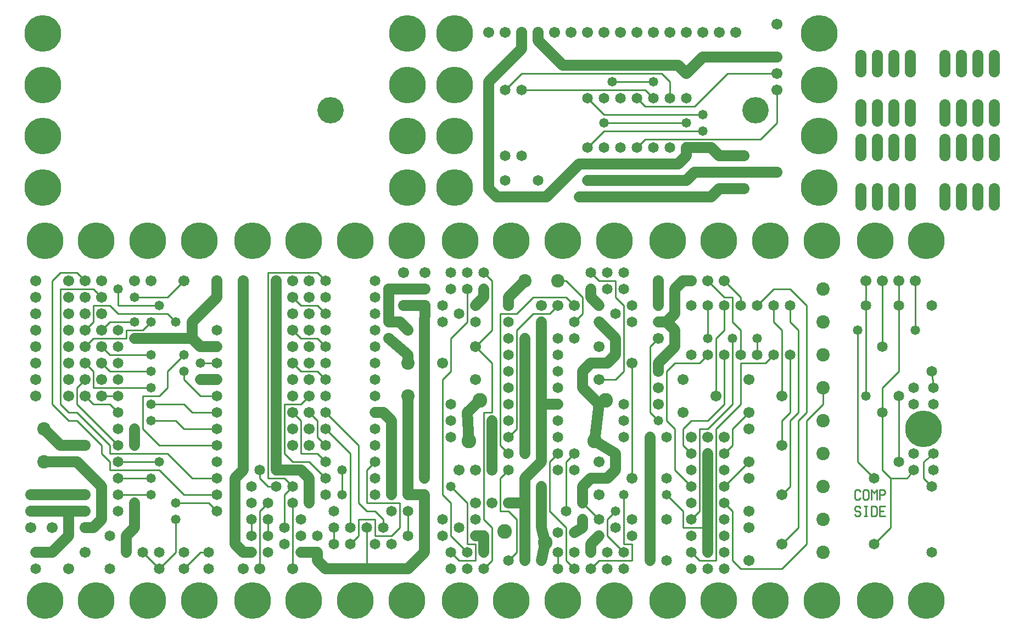
<source format=gtl>
%MOIN*%
%FSLAX25Y25*%
G04 D10 used for Character Trace; *
G04     Circle (OD=.01000) (No hole)*
G04 D11 used for Power Trace; *
G04     Circle (OD=.06700) (No hole)*
G04 D12 used for Signal Trace; *
G04     Circle (OD=.01100) (No hole)*
G04 D13 used for Via; *
G04     Circle (OD=.05800) (Round. Hole ID=.02800)*
G04 D14 used for Component hole; *
G04     Circle (OD=.06500) (Round. Hole ID=.03500)*
G04 D15 used for Component hole; *
G04     Circle (OD=.06700) (Round. Hole ID=.04300)*
G04 D16 used for Component hole; *
G04     Circle (OD=.08100) (Round. Hole ID=.05100)*
G04 D17 used for Component hole; *
G04     Circle (OD=.08900) (Round. Hole ID=.05900)*
G04 D18 used for Component hole; *
G04     Circle (OD=.11300) (Round. Hole ID=.08300)*
G04 D19 used for Component hole; *
G04     Circle (OD=.16000) (Round. Hole ID=.13000)*
G04 D20 used for Component hole; *
G04     Circle (OD=.18300) (Round. Hole ID=.15300)*
G04 D21 used for Component hole; *
G04     Circle (OD=.22291) (Round. Hole ID=.19291)*
%ADD10C,.01000*%
%ADD11C,.06700*%
%ADD12C,.01100*%
%ADD13C,.05800*%
%ADD14C,.06500*%
%ADD15C,.06700*%
%ADD16C,.08100*%
%ADD17C,.08900*%
%ADD18C,.11300*%
%ADD19C,.16000*%
%ADD20C,.18300*%
%ADD21C,.22291*%
%IPPOS*%
%LPD*%
G90*X0Y0D02*D21*X15625Y15625D03*D15*              
X30000Y35000D03*D14*X10000D03*D15*X40000Y45000D03*
X20000D03*D11*X10000D01*D14*D03*D11*X20000D02*    
X30000Y55000D01*Y70000D01*D15*D03*D11*X20000D01*  
D15*D03*D11*X7000D01*D15*D03*X20000Y60000D03*     
Y80000D03*D11*X7000D01*D15*D03*D11*X20000D02*     
X30000D01*D15*D03*D11*X40000D01*D15*D03*D11*      
X30000Y70000D02*X40000D01*D15*D03*D11*            
X45000Y60000D02*X50000Y65000D01*X40000Y60000D02*  
X45000D01*D15*X40000D03*D11*X50000Y65000D02*      
Y85000D01*X35000Y100000D01*X15000D01*D16*D03*D11* 
X25000Y110000D02*X40000D01*D15*D03*D12*           
X55000Y100000D02*X50000Y105000D01*X55000Y95000D02*
Y100000D01*Y95000D02*X85000D01*X100000Y80000D01*  
X120000D01*D14*D03*D12*Y70000D02*X115000Y75000D01*
D14*X120000Y70000D03*D12*X95000Y75000D02*         
X115000D01*D13*X95000D03*Y65000D03*D12*Y45000D01* 
X85000Y35000D01*D14*D03*D12*X75000Y45000D01*D14*  
D03*D11*X65000D02*Y55000D01*D14*Y45000D03*        
X55000Y55000D03*Y35000D03*D11*X65000Y55000D02*    
X70000Y60000D01*Y75000D01*D13*D03*D14*            
X60000Y80000D03*D12*X80000D01*D13*D03*Y90000D03*  
D12*X60000D01*D14*D03*Y100000D03*D12*X85000D01*   
D13*D03*D12*X105000Y90000D02*X90000Y105000D01*    
X105000Y90000D02*X120000D01*D14*D03*Y100000D03*   
Y110000D03*D12*X85000D01*X75000Y120000D01*        
Y140000D01*X85000D01*X90000Y145000D01*Y155000D01* 
X100000Y165000D01*D13*D03*X110000Y160000D03*D12*  
X120000D01*D14*D03*D11*X110000Y170000D02*         
X120000D01*D14*D03*Y180000D03*D11*                
X110000Y170000D02*X105000Y175000D01*X70000D01*D13*
D03*D12*X65000Y180000D02*X75000D01*               
X65000Y175000D02*Y180000D01*X45000Y175000D02*     
X65000D01*X40000Y170000D02*X45000Y175000D01*D15*  
X40000Y170000D03*X50000Y160000D03*D12*            
X55000Y155000D01*X80000D01*D13*D03*Y165000D03*D12*
X55000D01*X50000Y170000D01*D15*D03*D14*           
X60000Y160000D03*Y180000D03*D15*X40000D03*D12*    
X45000Y185000D01*Y195000D01*X55000D01*            
X60000Y190000D01*X90000D01*X95000Y185000D01*D13*  
D03*D11*X105000Y175000D02*Y185000D01*             
X120000Y200000D01*Y210000D01*D15*D03*X100000D03*  
D12*X90000Y200000D01*X70000D01*D13*D03*D15*       
X80000Y210000D03*D13*X60000Y205000D03*D12*        
Y195000D01*X85000D01*D13*D03*X80000Y185000D03*D12*
X75000Y180000D01*D13*X70000Y185000D03*D12*        
X55000D01*X50000Y180000D01*D15*D03*D14*           
X60000Y170000D03*D15*X40000Y190000D03*X50000D03*  
X30000Y200000D03*Y160000D03*Y190000D03*           
X40000Y160000D03*D12*X45000Y155000D01*Y145000D01* 
X80000D01*D13*D03*Y135000D03*D12*X100000D01*      
X105000Y130000D01*X120000D01*D14*D03*D12*         
X110000Y140000D02*X120000D01*D14*D03*D13*         
X110000Y150000D03*D11*X120000D01*D14*D03*D12*     
X110000Y140000D02*X100000Y150000D01*Y155000D01*   
D13*D03*X80000Y125000D03*D12*X95000D01*           
X100000Y120000D01*X120000D01*D14*D03*D12*         
X55000Y105000D02*X90000D01*X55000D02*Y110000D01*  
X35000Y130000D01*X30000D01*X25000Y135000D01*      
Y205000D01*X45000D01*X50000Y200000D01*D15*D03*    
X40000Y210000D03*D12*X35000Y215000D01*X25000D01*  
X20000Y210000D01*Y135000D01*X30000Y125000D01*     
X35000D01*X50000Y110000D01*Y105000D01*D14*        
X60000Y110000D03*D12*X35000Y135000D01*Y145000D01* 
X40000Y150000D01*D15*D03*X50000Y140000D03*D12*    
X60000D01*D14*D03*D12*Y130000D02*X55000Y135000D01*
D14*X60000Y130000D03*D12*X45000Y135000D02*        
X55000D01*X45000D02*X40000Y140000D01*D15*D03*     
X50000Y150000D03*X30000D03*Y140000D03*D14*        
X60000Y120000D03*Y150000D03*D16*X15000Y120000D03* 
D11*X25000Y110000D01*D15*X10000Y140000D03*        
Y150000D03*D14*X60000Y70000D03*D13*               
X70000Y110000D03*D11*Y120000D01*D13*D03*D15*      
X30000Y170000D03*X10000Y180000D03*X7000Y60000D03* 
X10000Y170000D03*Y160000D03*X30000Y180000D03*     
X10000Y190000D03*D14*X85000Y45000D03*X100000D03*  
D12*Y35000D02*X110000Y45000D01*D14*               
X100000Y35000D03*D12*X110000Y45000D02*X115000D01* 
D14*D03*Y35000D03*D21*X109375Y15625D03*X78125D03* 
X46875D03*D15*X40000Y200000D03*X10000D03*         
X70000Y210000D03*X50000D03*X30000D03*X10000D03*   
D21*X109375Y234375D03*X78125D03*X46875D03*        
X15625D03*G90*X1000Y0D02*D11*X136000Y45000D02*    
X131000Y50000D01*X136000Y45000D02*X141000D01*D14* 
D03*X151000Y55000D03*D12*Y65000D01*D14*D03*D12*   
X146000Y35000D02*Y70000D01*D15*Y35000D03*D14*     
X151000Y45000D03*D15*X136000Y35000D03*D14*        
X161000Y50000D03*D11*X131000D02*Y90000D01*        
X136000Y95000D01*D14*D03*D11*Y110000D01*D15*D03*  
D11*Y120000D01*D15*D03*D11*Y130000D01*D15*D03*D11*
Y140000D01*D15*D03*D11*Y150000D01*D15*D03*D11*    
Y160000D01*D15*D03*D11*Y170000D01*D15*D03*D11*    
Y180000D01*D15*D03*D11*Y190000D01*D15*D03*D11*    
Y200000D01*D15*D03*D11*Y210000D01*D15*D03*D12*    
X151000Y90000D02*Y215000D01*Y90000D02*X161000D01* 
X166000Y85000D01*D14*D03*D12*X161000Y80000D01*    
Y60000D01*D14*D03*X171000Y55000D03*Y65000D03*     
X176000Y75000D03*D11*Y90000D01*X171000Y95000D01*  
X166000D01*D14*D03*D11*X156000D01*D14*D03*D11*    
Y110000D01*D15*D03*D11*Y120000D01*D15*D03*D11*    
Y130000D01*D15*D03*D11*Y140000D01*D15*D03*D11*    
Y150000D01*D15*D03*D11*Y160000D01*D15*D03*D11*    
Y170000D01*D15*D03*D11*Y180000D01*D15*D03*D11*    
Y190000D01*D15*D03*D11*Y200000D01*D15*D03*D11*    
Y210000D01*D15*D03*D12*X151000Y215000D02*         
X181000D01*X186000Y210000D01*D14*D03*D15*         
X176000Y200000D03*Y210000D03*D14*                 
X186000Y200000D03*D12*X171000Y195000D02*          
X181000D01*X186000Y190000D01*D14*D03*D15*         
X176000Y180000D03*Y190000D03*D14*                 
X186000Y180000D03*D12*X171000Y175000D02*          
X181000D01*X186000Y170000D01*D14*D03*D15*         
X176000Y160000D03*Y170000D03*D14*                 
X186000Y160000D03*D12*X171000Y155000D02*          
X181000D01*X186000Y150000D01*D14*D03*D15*         
X176000Y140000D03*D12*X171000Y135000D01*          
X161000D01*Y105000D01*X166000Y100000D01*          
X176000D01*X186000Y90000D01*D14*D03*D13*          
X196000Y80000D03*D12*Y95000D01*D13*D03*D12*       
X201000Y60000D02*Y105000D01*D14*Y60000D03*D12*    
Y50000D02*X206000Y55000D01*D14*X201000Y50000D03*  
D12*X206000Y55000D02*Y65000D01*X216000D01*        
Y55000D01*X226000D01*X231000Y60000D01*Y75000D01*  
X211000D01*Y95000D01*X216000Y100000D01*D14*D03*   
D15*X226000Y110000D03*D11*Y80000D01*D14*D03*      
X236000Y70000D03*D12*Y55000D01*D14*D03*D11*       
Y35000D02*X246000Y45000D01*X211000Y35000D02*      
X236000D01*X186000D02*X211000D01*D15*X186000D03*  
D11*X181000Y40000D01*Y45000D01*D14*D03*D11*       
X171000D01*D13*D03*D14*X181000Y55000D03*D15*      
X166000Y35000D03*D12*Y75000D01*D14*D03*           
X156000Y85000D03*D12*X151000D01*X146000Y90000D01* 
Y95000D01*D14*D03*X141000Y85000D03*Y75000D03*     
X151000D03*D12*X146000Y70000D01*D14*              
X141000Y65000D03*D12*Y55000D01*D14*D03*D21*       
X141625Y15625D03*X172875D03*D14*X186000Y100000D03*
D12*X181000Y105000D01*X171000D01*Y125000D01*      
X166000Y130000D01*D15*D03*X176000Y120000D03*      
Y130000D03*D12*X181000Y125000D01*Y115000D01*      
X186000Y110000D01*D14*D03*Y120000D03*D12*         
X201000Y105000D01*X206000Y75000D02*Y110000D01*    
X211000Y70000D02*X206000Y75000D01*                
X211000Y70000D02*X216000D01*X221000Y65000D01*     
Y60000D01*D14*D03*X226000Y70000D03*               
X216000Y50000D03*X211000Y60000D03*D12*Y35000D01*  
D14*X226000Y50000D03*X191000D03*D12*Y60000D01*D14*
D03*Y70000D03*X186000Y80000D03*X216000D03*        
Y90000D03*D21*X235375Y15625D03*X204125D03*D11*    
X236000Y80000D02*X246000D01*D14*D03*D11*Y55000D01*
D14*D03*D11*Y45000D01*X236000Y80000D02*Y90000D01* 
D14*D03*D11*Y100000D01*D15*D03*D11*Y120000D01*D15*
D03*D11*Y140000D01*D16*D03*D11*X226000Y110000D02* 
Y125000D01*D14*X216000Y120000D03*Y110000D03*D11*  
X226000Y125000D02*X221000Y130000D01*X216000D01*   
D14*D03*Y140000D03*D12*X206000Y110000D02*         
X186000Y130000D01*D14*D03*Y140000D03*D15*         
X166000Y150000D03*Y110000D03*Y140000D03*          
X176000Y110000D03*Y150000D03*X166000Y120000D03*   
D12*X171000Y155000D02*X166000Y160000D01*D15*D03*  
Y170000D03*D12*X171000Y175000D02*                 
X166000Y180000D01*D15*D03*Y190000D03*D12*         
X171000Y195000D02*X166000Y200000D01*D15*D03*      
Y210000D03*D21*X172875Y234375D03*X141625D03*      
X204125D03*D14*X216000Y150000D03*Y160000D03*      
Y170000D03*Y180000D03*Y190000D03*Y200000D03*      
Y210000D03*D15*X224500Y175000D03*D11*             
X236000Y165000D01*Y160000D01*D16*D03*D15*         
X246000Y180000D03*D11*Y110000D01*D15*D03*D11*     
Y100000D01*D15*D03*D11*Y90000D01*D14*D03*D11*     
Y180000D02*X246500Y195000D01*D15*D03*D11*         
X233500D01*D15*D03*X246500Y205000D03*D11*         
X233500D01*D15*D03*D11*X224500D01*D15*D03*D11*    
Y185000D01*D13*D03*D11*X231000D01*                
X236000Y180000D01*D15*D03*X246500Y215000D03*      
X233500D03*D21*X235375Y234375D03*G90*X2000Y0D02*  
D14*X257000Y55000D03*Y65000D03*D12*               
X262000Y75000D02*X257000Y80000D01*                
X262000Y55000D02*Y75000D01*X272000Y45000D02*      
X262000Y55000D01*D14*X272000Y45000D03*D12*        
X267000Y40000D02*X277000D01*X267000D02*           
X262000Y45000D01*D14*D03*X272000Y35000D03*        
X262000D03*D12*X272000Y50000D02*X277000D01*       
Y40000D01*D14*X282000Y35000D03*D12*               
X287000Y40000D01*Y60000D01*X282000Y65000D01*      
Y130000D01*X287000D01*Y160000D01*                 
X277000Y170000D01*D15*D03*D12*X287000Y180000D01*  
Y210000D01*X282000Y215000D01*D14*D03*             
X272000Y205000D03*D12*Y185000D01*                 
X262000Y175000D01*Y155000D01*X257000Y150000D01*   
Y80000D01*D13*X262000Y85000D03*D12*               
X272000Y75000D01*Y50000D01*D14*X277000Y55000D03*  
D11*X282000D01*Y45000D01*D14*D03*X267000Y60000D03*
X297000Y40000D03*D12*X302000Y45000D01*Y65000D01*  
X297000Y70000D01*X292000D01*Y90000D01*            
X297000Y95000D01*D14*D03*D13*X307000Y105000D03*   
D11*Y135000D01*D13*D03*D11*Y175000D01*D13*D03*D12*
X302000Y120000D02*Y180000D01*X297000Y115000D02*   
X302000Y120000D01*D14*X297000Y115000D03*D12*      
Y105000D02*X292000Y110000D01*D14*                 
X297000Y105000D03*D12*X292000Y110000D02*          
Y190000D01*X302000D01*X312000Y200000D01*          
X332000D01*X337000Y195000D01*D15*D03*D12*         
Y185000D02*X342000Y190000D01*D14*                 
X337000Y185000D03*D12*X342000Y190000D02*          
Y200000D01*X332000Y210000D01*X327000D01*D16*D03*  
D15*X317000Y195000D03*X327000D03*D12*             
X322000Y190000D01*X312000D01*X302000Y180000D01*   
D14*X297000Y185000D03*Y175000D03*Y165000D03*      
X317000Y185000D03*D11*Y135000D01*Y100000D01*      
X307000Y90000D01*Y75000D01*Y40000D01*D14*D03*D17* 
X319400Y51000D03*D11*X317000Y40000D01*D14*D03*    
X327000Y35000D03*D12*Y45000D01*D14*D03*D12*       
X337000Y35000D02*X332000Y40000D01*D14*            
X337000Y35000D03*D12*X332000Y40000D02*Y60000D01*  
X322000Y70000D01*Y100000D01*X327000Y105000D01*D14*
D03*D12*X332000Y70000D02*Y100000D01*D14*Y70000D03*
D11*X337000Y57000D02*X342000Y60000D01*D14*        
X337000Y57000D03*D11*X342000Y60000D02*Y65000D01*  
D14*D03*X352000Y55000D03*D11*X347000Y50000D01*    
Y45000D01*D14*D03*D12*Y35000D02*X352000Y40000D01* 
D14*X347000Y35000D03*D12*X352000Y40000D02*        
X372000D01*Y50000D01*X367000D01*Y80000D01*D13*D03*
D11*X347000Y90000D02*X357000D01*X342000Y85000D02* 
X347000Y90000D01*D13*X342000Y85000D03*D11*        
Y75000D01*D14*D03*D12*X352000Y65000D01*D14*D03*   
D12*X357000Y55000D02*Y65000D01*X367000Y45000D02*  
X357000Y55000D01*D14*X367000Y45000D03*            
X357000Y35000D03*X372000Y55000D03*                
X357000Y45000D03*X367000Y35000D03*                
X362000Y60000D03*X372000Y65000D03*D12*X357000D02* 
X362000Y70000D01*D13*D03*D15*X352000Y80000D03*    
X372000Y90000D03*D12*Y160000D01*D15*D03*D12*      
X362000Y150000D02*X367000Y155000D01*              
X352000Y150000D02*X362000D01*D15*X352000D03*D11*  
X347000Y160000D02*X357000D01*X342000Y155000D02*   
X347000Y160000D01*X342000Y145000D02*Y155000D01*   
X352000Y135000D02*X342000Y145000D01*              
X349300Y112600D02*X352000Y135000D01*D17*          
X349300Y112600D03*D11*X362000Y105000D01*Y95000D01*
X357000Y90000D01*D15*X352000Y100000D03*D14*       
X337000Y105000D03*D12*X332000Y100000D01*D14*      
X337000Y95000D03*X327000D03*D13*X317000Y85000D03* 
D11*Y75000D01*D15*D03*D11*Y60000D01*D13*D03*D11*  
X319400Y51000D01*D14*X327000Y57000D03*            
X337000Y45000D03*D17*X294600Y57700D03*D11*        
X297000Y75000D02*X307000D01*D15*X297000D03*       
X287000D03*X277000Y95000D03*Y75000D03*            
X287000Y95000D03*D11*Y125000D01*D13*D03*D14*      
X297000Y135000D03*D17*X279700Y137400D03*D11*      
X272000Y130000D01*X273000Y112600D01*D17*D03*D14*  
X262000Y125000D03*Y115000D03*D15*X267000Y95000D03*
D14*X262000Y135000D03*X297000Y125000D03*          
Y145000D03*D15*X277000Y150000D03*D14*             
X297000Y155000D03*D15*X257000Y160000D03*D11*      
X317000Y135000D02*X327000D01*D14*D03*Y145000D03*  
Y125000D03*Y155000D03*Y115000D03*D12*             
X352000Y110000D02*X349300Y112600D01*D14*          
X367000Y115000D03*Y125000D03*Y135000D03*D17*      
X356000Y137400D03*D11*X352000Y135000D01*D12*      
X367000Y155000D02*Y195000D01*X362000Y200000D01*   
Y210000D01*X352000D01*X347000Y215000D01*D14*D03*  
X357000Y205000D03*Y215000D03*X347000Y205000D03*   
D11*Y200000D01*X352000Y195000D01*D14*D03*         
X362000Y190000D03*X352000Y185000D03*D11*          
X362000Y175000D01*Y165000D01*X357000Y160000D01*   
D15*X352000Y170000D03*D14*X337000Y175000D03*      
X372000Y185000D03*X327000Y175000D03*Y165000D03*   
X372000Y195000D03*X367000Y205000D03*D16*          
X307000Y210000D03*D11*X297000Y200000D01*          
Y195000D01*D15*D03*D14*X282000Y205000D03*D11*     
Y200000D01*X277000Y195000D01*D14*D03*Y185000D03*  
X267000Y190000D03*X262000Y205000D03*              
X257000Y195000D03*X272000Y215000D03*              
X257000Y185000D03*X262000Y215000D03*D21*          
X298875Y234375D03*X267625D03*X330125D03*          
X361375D03*D14*X367000Y215000D03*X277000Y65000D03*
D21*X267625Y15625D03*X298875D03*X330125D03*       
X361375D03*G90*X3000Y0D02*D14*X383000Y40000D03*   
D11*Y65000D01*D14*D03*D11*Y90000D01*D14*D03*D11*  
Y115000D01*D14*D03*D12*X398000Y120000D02*         
X393000Y125000D01*X398000Y95000D02*Y120000D01*    
X408000Y85000D02*X398000Y95000D01*D14*            
X408000Y85000D03*X418000Y75000D03*D11*Y65000D01*  
D14*D03*D11*Y60000D01*Y55000D01*D14*D03*D11*      
Y45000D01*D14*D03*D12*X413000Y40000D02*X423000D01*
X413000D02*X408000Y45000D01*D14*D03*              
X418000Y35000D03*X408000Y55000D03*Y35000D03*D12*  
X403000Y60000D02*X418000D01*X403000D02*Y70000D01* 
X393000Y80000D01*D13*D03*D14*Y90000D03*           
X408000Y65000D03*D12*X413000Y70000D01*Y120000D01* 
X418000D01*X433000Y135000D01*Y175000D01*D13*D03*  
D12*X438000Y165000D02*Y180000D01*D14*Y165000D03*  
D12*Y135000D02*Y160000D01*X423000Y120000D02*      
X438000Y135000D01*X423000Y40000D02*Y120000D01*D14*
X428000Y35000D03*Y45000D03*D12*X438000Y35000D02*  
X433000Y40000D01*X438000Y35000D02*X463000D01*     
X478000Y50000D01*Y125000D01*X488000Y135000D01*    
Y145000D01*D16*D03*D12*X468000Y125000D02*         
X473000Y130000D01*X468000Y85000D02*Y125000D01*    
X463000Y80000D02*X468000Y85000D01*D15*            
X463000Y80000D03*X443000Y100000D03*D12*           
X428000Y85000D01*D14*D03*X418000Y95000D03*D11*    
Y85000D01*D14*D03*D11*Y75000D01*D14*              
X428000Y65000D03*Y75000D03*D12*X433000Y70000D01*  
Y40000D01*D15*X443000D03*D14*X428000Y55000D03*D15*
X443000Y60000D03*D21*X456125Y15625D03*X424875D03* 
D15*X443000Y70000D03*X463000Y50000D03*D12*        
X473000Y60000D01*Y125000D01*X478000Y130000D01*    
Y195000D01*X468000Y205000D01*X458000D01*          
X448000Y195000D01*D14*D03*D12*X463000Y180000D02*  
X458000Y185000D01*X463000Y140000D02*Y180000D01*   
D15*Y140000D03*D12*X473000Y130000D02*Y180000D01*  
X468000Y185000D01*Y195000D01*D14*D03*D12*         
X458000Y185000D02*Y195000D01*D14*D03*D13*         
X448000Y175000D03*D12*Y165000D01*D14*D03*D12*     
X438000Y160000D02*X453000D01*D14*                 
X428000Y165000D03*D12*Y135000D01*                 
X418000Y125000D01*X408000D01*X403000Y120000D01*   
Y110000D01*X408000Y105000D01*D14*D03*D11*         
X418000Y95000D02*Y105000D01*D14*D03*              
X428000Y95000D03*D15*Y115000D03*X408000D03*D14*   
Y95000D03*X428000Y105000D03*D12*X433000Y110000D01*
Y120000D01*X443000Y130000D01*D15*D03*Y120000D03*  
X463000Y110000D03*D12*Y125000D01*                 
X468000Y130000D01*Y165000D01*D14*D03*X458000D03*  
D12*X453000Y160000D01*D15*X443000Y150000D03*D12*  
X438000Y180000D02*X433000Y185000D01*Y200000D01*   
X428000D01*X418000Y210000D01*D15*D03*X428000D03*  
D12*X438000Y200000D01*Y195000D01*D14*D03*         
X428000D03*D12*Y180000D01*X423000Y175000D01*      
Y140000D01*D15*D03*X403000Y150000D03*D12*         
X398000Y160000D02*X413000D01*X393000Y155000D02*   
X398000Y160000D01*X393000Y125000D02*Y155000D01*   
D13*X388000Y125000D03*D12*X383000Y130000D01*      
Y170000D01*X388000Y175000D01*D15*D03*D11*         
Y160000D02*X398000Y170000D01*X388000Y155000D02*   
Y160000D01*D15*Y155000D03*Y145000D03*D11*         
X398000Y170000D02*Y180000D01*X393000Y185000D01*   
X388000D01*D14*D03*D11*X393000D02*                
X398000Y190000D01*Y205000D01*X403000Y210000D01*   
X408000D01*D15*D03*D14*Y195000D03*X418000D03*D12* 
Y175000D01*D13*D03*D14*X408000Y165000D03*         
X418000D03*D12*X413000Y160000D01*D15*             
X388000Y135000D03*X403000Y130000D03*D14*          
X388000Y195000D03*D11*Y210000D01*D15*D03*D21*     
X393625Y234375D03*X424875D03*X456125D03*D14*      
X393000Y115000D03*D15*X418000D03*D16*             
X488000Y125000D03*Y165000D03*Y185000D03*          
Y205000D03*D21*X487375Y234375D03*D16*             
X488000Y105000D03*D15*X443000Y90000D03*D16*       
X488000Y85000D03*D14*X408000Y75000D03*            
X393000Y65000D03*D16*X488000D03*Y45000D03*D14*    
X393000Y40000D03*D21*X393625Y15625D03*X487375D03* 
G90*X0Y1000D02*X264375Y266625D03*X235625D03*      
X14375D03*D11*X285000Y331000D02*Y266000D01*       
Y331000D02*X305000Y351000D01*Y361000D01*D15*D03*  
D11*X315000D02*Y356000D01*D15*Y361000D03*D11*     
Y356000D02*X330000Y341000D01*X400000D01*          
X405000Y336000D01*D13*D03*D11*X415000Y346000D01*  
X460000D01*D15*D03*Y336000D03*D12*X430000D01*     
X410000Y316000D01*X380000D01*X375000Y321000D01*   
D14*D03*D12*X305000Y326000D02*X380000D01*D14*     
X305000D03*D12*X295000D02*X305000Y336000D01*D14*  
X295000Y326000D03*D12*X305000Y336000D02*          
X390000D01*X395000Y331000D01*Y321000D01*D14*D03*  
D13*X385000Y331000D03*D12*X360000D01*D13*D03*D14* 
X355000Y321000D03*X365000D03*X345000D03*D12*      
X355000Y311000D01*X415000D01*D13*D03*D14*         
X405000Y321000D03*D13*X415000Y301000D03*D12*      
X355000D01*X345000Y291000D01*D14*D03*D11*         
X320000Y261000D02*X340000Y281000D01*              
X315000Y261000D02*X320000D01*D14*X315000D03*D11*  
X295000D01*D14*D03*D11*X290000D01*                
X285000Y266000D01*D14*X295000Y271000D03*          
X305000Y286000D03*X295000D03*X315000Y271000D03*   
D21*X264375Y297875D03*X235625D03*D13*             
X340000Y261000D03*D11*X420000D01*                 
X425000Y266000D01*D14*D03*D11*X440000D01*D15*D03* 
Y286000D03*D11*X425000D01*D14*D03*D11*            
X420000Y291000D01*X405000D01*D14*D03*D11*         
Y286000D01*X400000Y281000D01*X340000D01*D13*      
X345000Y271000D03*D11*X405000D01*                 
X410000Y276000D01*X460000D01*D15*D03*D12*         
X380000Y296000D02*X450000D01*X375000Y291000D02*   
X380000Y296000D01*D14*X375000Y291000D03*          
X385000D03*X365000D03*D13*X355000Y306000D03*D12*  
X405000D01*D13*D03*D14*X395000Y291000D03*         
X385000Y321000D03*D12*X380000Y326000D01*D15*      
X415000Y361000D03*X345000D03*X405000D03*D14*      
X355000Y291000D03*D15*X395000Y361000D03*          
X385000D03*X375000D03*X365000D03*X355000D03*      
X335000D03*X425000D03*X325000D03*X435000D03*D19*  
X447100Y313700D03*D12*X450000Y296000D02*          
X460000Y306000D01*Y326000D01*D15*D03*D21*         
X485625Y329125D03*Y297875D03*Y360375D03*D15*      
X460000Y366000D03*D21*X485625Y266625D03*D15*      
X295000Y361000D03*X285000D03*D21*                 
X264375Y360375D03*Y329125D03*X235625Y360375D03*   
Y329125D03*D19*X189100Y313700D03*D21*             
X14375Y360375D03*Y329125D03*Y297875D03*G90*       
X4000Y0D02*D10*X510674Y71914D02*X509837Y72871D01* 
X508163D01*X507326Y71914D01*Y70957D01*            
X508163Y70000D01*X509837D01*X510674Y69043D01*     
Y68086D01*X509837Y67129D01*X508163D01*            
X507326Y68086D01*X514000Y67129D02*Y72871D01*      
X513163Y67129D02*X514837D01*X513163Y72871D02*     
X514837D01*X517326Y67129D02*Y72871D01*X519837D01* 
X520674Y71914D01*Y68086D01*X519837Y67129D01*      
X517326D01*X525674D02*X522326D01*Y72871D01*       
X525674D01*X522326Y70000D02*X524837D01*           
X510674Y78086D02*X509837Y77129D01*X508163D01*     
X507326Y78086D01*Y81914D01*X508163Y82871D01*      
X509837D01*X510674Y81914D01*X515674Y78086D02*     
X514837Y77129D01*X513163D01*X512326Y78086D01*     
Y81914D01*X513163Y82871D01*X514837D01*            
X515674Y81914D01*Y78086D01*X517326Y77129D02*      
Y82871D01*X519000Y80957D01*X520674Y82871D01*      
Y77129D01*X522326D02*Y82871D01*X524837D01*        
X525674Y81914D01*Y80957D01*X524837Y80000D01*      
X522326D01*D12*X519000Y90000D02*X509000Y100000D01*
D14*X519000Y90000D03*D12*X529000D02*              
X524000Y95000D01*X529000Y60000D02*Y90000D01*      
X519000Y50000D02*X529000Y60000D01*D14*            
X519000Y50000D03*X554000Y85000D03*D12*            
X549000Y90000D01*Y100000D01*X555000Y105000D01*D14*
D03*X543000Y95000D03*D12*X539000Y90000D01*        
X529000D01*X524000Y95000D02*Y130000D01*D14*D03*   
D12*Y145000D01*X534000Y155000D01*Y195000D01*D14*  
D03*D12*Y210000D01*D15*D03*X544000D03*D12*        
Y180000D01*D13*D03*D14*X554000Y195000D03*         
X524000Y170000D03*D12*Y210000D01*D15*D03*         
X514000D03*D12*Y195000D01*D14*D03*D12*Y140000D01* 
D13*D03*D14*X534000D03*D12*Y100000D01*D14*D03*    
X543000Y105000D03*D21*X549000Y120000D03*D14*      
X555000Y95000D03*D12*X509000Y100000D02*Y180000D01*
D13*D03*D14*X543000Y145000D03*X555000Y135000D03*  
Y145000D03*D12*X554000Y155000D01*D14*D03*         
X543000Y135000D03*D21*X550875Y234375D03*          
X519625D03*D14*X554000Y45000D03*D21*              
X519625Y15625D03*X550875D03*G90*X1000Y1000D02*D15*
X511000Y256000D03*D11*Y266000D01*D15*D03*         
X521000Y256000D03*D11*Y266000D01*D15*D03*         
X531000Y256000D03*D11*Y266000D01*D15*D03*         
X541000Y256000D03*D11*Y266000D01*D15*D03*         
X521000Y286000D03*D11*Y296000D01*D15*D03*         
X531000Y286000D03*D11*Y296000D01*D15*D03*         
X541000Y286000D03*D11*Y296000D01*D15*D03*         
X511000D03*D11*Y286000D01*D15*D03*G90*            
X1000Y2000D02*X511000Y307000D03*D11*Y317000D01*   
D15*D03*X521000Y307000D03*D11*Y317000D01*D15*D03* 
X531000Y307000D03*D11*Y317000D01*D15*D03*         
X541000Y307000D03*D11*Y317000D01*D15*D03*         
X521000Y337000D03*D11*Y347000D01*D15*D03*         
X531000Y337000D03*D11*Y347000D01*D15*D03*         
X541000Y337000D03*D11*Y347000D01*D15*D03*         
X511000D03*D11*Y337000D01*D15*D03*G90*            
X2000Y1000D02*X562000Y256000D03*D11*Y266000D01*   
D15*D03*X572000Y256000D03*D11*Y266000D01*D15*D03* 
X582000Y256000D03*D11*Y266000D01*D15*D03*         
X592000Y256000D03*D11*Y266000D01*D15*D03*         
X572000Y286000D03*D11*Y296000D01*D15*D03*         
X582000Y286000D03*D11*Y296000D01*D15*D03*         
X592000Y286000D03*D11*Y296000D01*D15*D03*         
X562000D03*D11*Y286000D01*D15*D03*G90*            
X2000Y2000D02*X562000Y307000D03*D11*Y317000D01*   
D15*D03*X572000Y307000D03*D11*Y317000D01*D15*D03* 
X582000Y307000D03*D11*Y317000D01*D15*D03*         
X592000Y307000D03*D11*Y317000D01*D15*D03*         
X572000Y337000D03*D11*Y347000D01*D15*D03*         
X582000Y337000D03*D11*Y347000D01*D15*D03*         
X592000Y337000D03*D11*Y347000D01*D15*D03*         
X562000D03*D11*Y337000D01*D15*D03*M02*            

</source>
